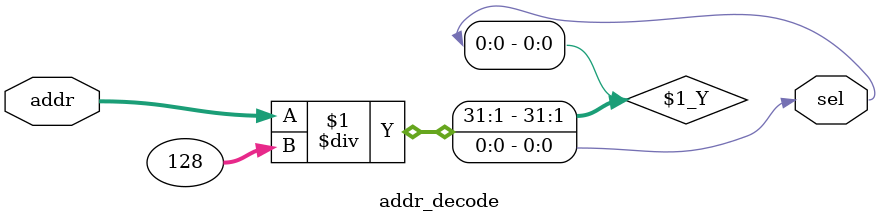
<source format=v>
`timescale 1ns/1ps

module addr_decode #(
    parameter ADDR_WIDTH = 32,
    parameter S = 2,
    parameter SLICE_SIZE = 32'h00000080
)(
    input [ADDR_WIDTH-1:0] addr,
    output [$clog2(S)-1:0] sel
);

assign sel = addr / SLICE_SIZE;

endmodule

</source>
